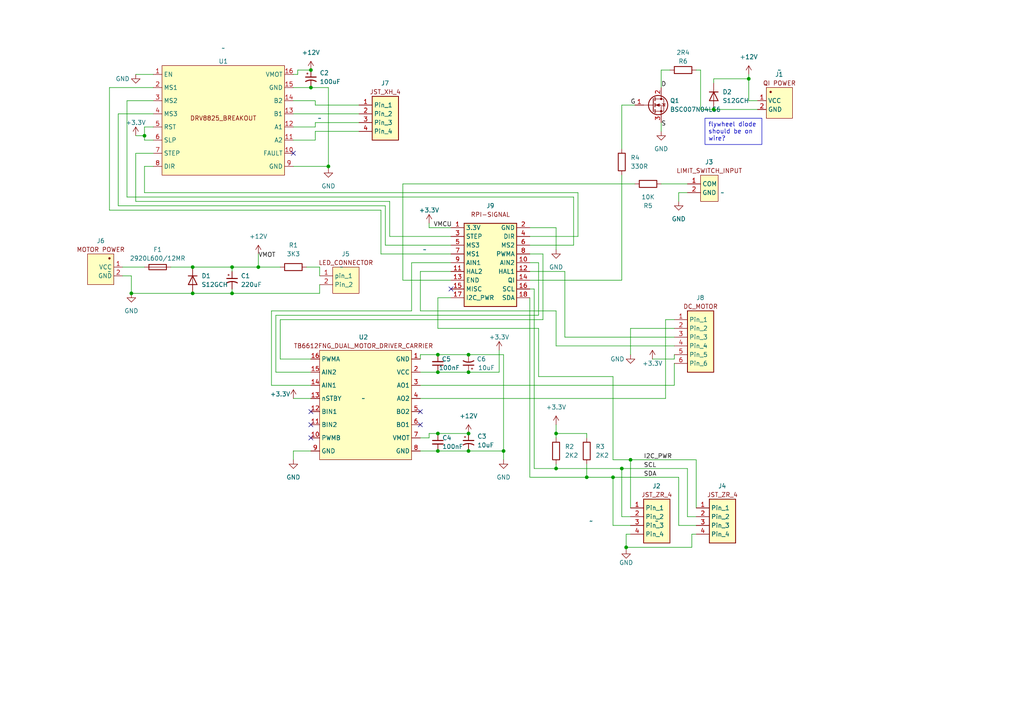
<source format=kicad_sch>
(kicad_sch (version 20230121) (generator eeschema)
  (paper "A4")
  (lib_symbols
    (symbol "1_Bachelors_Symbols:DRV8825_Stepper_Motor_Driver_Carrier"
      (property "Reference" "U" (at 0 17.78 0))
      (symbol "DRV8825_Stepper_Motor_Driver_Carrier_1_1"
        (rectangle (start -17.78 15.24) (end 17.78 -16.51) (fill (type background)))
        (text "DRV8825_BREAKOUT" (at 0 0 0) (effects (font (size 1.27 1.27))))
        (pin input line (at -20.32 12.7 0) (length 2.54) (name "EN") (number "1"))
        (pin input line (at 20.32 -10.16 180) (length 2.54) (name "FAULT") (number "10"))
        (pin input line (at 20.32 -6.35 180) (length 2.54) (name "A2") (number "11"))
        (pin input line (at 20.32 -2.54 180) (length 2.54) (name "A1") (number "12"))
        (pin input line (at 20.32 1.27 180) (length 2.54) (name "B1") (number "13"))
        (pin input line (at 20.32 5.08 180) (length 2.54) (name "B2") (number "14"))
        (pin power_in line (at 20.32 8.89 180) (length 2.54) (name "GND") (number "15"))
        (pin input line (at 20.32 12.7 180) (length 2.54) (name "VMOT") (number "16"))
        (pin input line (at -20.32 8.89 0) (length 2.54) (name "MS1") (number "2"))
        (pin input line (at -20.32 5.08 0) (length 2.54) (name "MS2") (number "3"))
        (pin input line (at -20.32 1.27 0) (length 2.54) (name "MS3") (number "4"))
        (pin input line (at -20.32 -2.54 0) (length 2.54) (name "RST") (number "5"))
        (pin input line (at -20.32 -6.35 0) (length 2.54) (name "SLP") (number "6"))
        (pin input line (at -20.32 -10.16 0) (length 2.54) (name "STEP") (number "7"))
        (pin input line (at -20.32 -13.97 0) (length 2.54) (name "DIR") (number "8"))
        (pin power_in line (at 20.32 -13.97 180) (length 2.54) (name "GND") (number "9"))
      )
    )
    (symbol "1_Bachelors_Symbols:JL129-50002G01"
      (property "Reference" "JP" (at 0 8.89 0))
      (symbol "JL129-50002G01_1_1"
        (rectangle (start -3.81 5.08) (end 3.81 -3.81) (fill (type background)))
        (circle (center 2.54 3.81) (radius 0.254) (fill (type outline)))
        (text "MOTOR POWER\n" (at 0 6.35 0) (effects (font (size 1.27 1.27))))
        (pin power_in line (at 6.35 1.27 180) (length 2.54) (name "VCC") (number "1"))
        (pin power_in line (at 6.35 -1.27 180) (length 2.54) (name "GND") (number "2"))
      )
    )
    (symbol "1_Bachelors_Symbols:JP5"
      (property "Reference" "J" (at 0 12.7 0))
      (symbol "JP5_1_1"
        (rectangle (start -3.81 8.89) (end 3.81 -8.89) (stroke (width 0.254)) (fill (type background)))
        (text "DC_MOTOR" (at 0 10.16 0) (effects (font (size 1.27 1.27))))
        (pin passive line (at -7.62 6.35 0) (length 3.81) (name "Pin_1") (number "1"))
        (pin passive line (at -7.62 3.81 0) (length 3.81) (name "Pin_2") (number "2"))
        (pin passive line (at -7.62 1.27 0) (length 3.81) (name "Pin_3") (number "3"))
        (pin passive line (at -7.62 -1.27 0) (length 3.81) (name "Pin_4") (number "4"))
        (pin passive line (at -7.62 -3.81 0) (length 3.81) (name "Pin_5") (number "5"))
        (pin passive line (at -7.62 -6.35 0) (length 3.81) (name "Pin_6") (number "6"))
      )
    )
    (symbol "1_Bachelors_Symbols:JST_VH_4"
      (property "Reference" "J" (at 0 10.16 0))
      (symbol "JST_VH_4_1_1"
        (rectangle (start -3.81 6.35) (end 3.81 -6.35) (stroke (width 0.254)) (fill (type background)))
        (text "JST_ZR_4\n" (at 0 7.62 0) (effects (font (size 1.27 1.27))))
        (pin passive line (at -7.62 3.81 0) (length 3.81) (name "Pin_1") (number "1"))
        (pin passive line (at -7.62 1.27 0) (length 3.81) (name "Pin_2") (number "2"))
        (pin passive line (at -7.62 -1.27 0) (length 3.81) (name "Pin_3") (number "3"))
        (pin passive line (at -7.62 -3.81 0) (length 3.81) (name "Pin_4") (number "4"))
      )
    )
    (symbol "1_Bachelors_Symbols:JST_XH_4"
      (property "Reference" "J" (at 0 10.16 0))
      (symbol "JST_XH_4_1_1"
        (rectangle (start -3.81 6.35) (end 3.81 -6.35) (stroke (width 0.254)) (fill (type background)))
        (text "JST_XH_4\n" (at 0 7.62 0) (effects (font (size 1.27 1.27))))
        (pin passive line (at -7.62 3.81 0) (length 3.81) (name "Pin_1") (number "1"))
        (pin passive line (at -7.62 1.27 0) (length 3.81) (name "Pin_2") (number "2"))
        (pin passive line (at -7.62 -1.27 0) (length 3.81) (name "Pin_3") (number "3"))
        (pin passive line (at -7.62 -3.81 0) (length 3.81) (name "Pin_4") (number "4"))
      )
    )
    (symbol "1_Bachelors_Symbols:Limit_switch_input"
      (property "Reference" "J" (at 0 7.62 0))
      (symbol "Limit_switch_input_1_1"
        (rectangle (start -2.54 3.81) (end 2.54 -3.81) (fill (type background)))
        (text "LIMIT_SWITCH_INPUT" (at 0 5.08 0) (effects (font (size 1.27 1.27))))
        (pin input line (at -6.35 1.27 0) (length 3.81) (name "COM") (number "1"))
        (pin power_in line (at -6.35 -1.27 0) (length 3.81) (name "GND") (number "2"))
      )
    )
    (symbol "1_Bachelors_Symbols:QI-POWER"
      (property "Reference" "J" (at 0 8.89 0))
      (symbol "QI-POWER_1_1"
        (rectangle (start -3.81 3.81) (end 3.81 -5.08) (fill (type background)))
        (circle (center 2.54 2.54) (radius 0.254) (fill (type outline)))
        (text "QI POWER\n" (at 0 5.08 0) (effects (font (size 1.27 1.27))))
        (pin power_in line (at 6.35 0 180) (length 2.54) (name "VCC") (number "1"))
        (pin power_in line (at 6.35 -2.54 180) (length 2.54) (name "GND") (number "2"))
      )
    )
    (symbol "1_Bachelors_Symbols:TB6612FNG_DUAL_MOTOR_DRIVER_CARRIER"
      (property "Reference" "U" (at 0 19.05 0))
      (symbol "TB6612FNG_DUAL_MOTOR_DRIVER_CARRIER_1_1"
        (rectangle (start -12.7 15.24) (end 13.97 -16.51) (fill (type background)))
        (text "TB6612FNG_DUAL_MOTOR_DRIVER_CARRIER" (at 0 16.51 0) (effects (font (size 1.27 1.27))))
        (pin power_in line (at 16.51 12.7 180) (length 2.54) (name "GND") (number "1"))
        (pin input line (at -15.24 -10.16 0) (length 2.54) (name "PWMB") (number "10"))
        (pin input line (at -15.24 -6.35 0) (length 2.54) (name "BIN2") (number "11"))
        (pin input line (at -15.24 -2.54 0) (length 2.54) (name "BIN1") (number "12"))
        (pin input line (at -15.24 1.27 0) (length 2.54) (name "nSTBY") (number "13"))
        (pin input line (at -15.24 5.08 0) (length 2.54) (name "AIN1") (number "14"))
        (pin input line (at -15.24 8.89 0) (length 2.54) (name "AIN2") (number "15"))
        (pin input line (at -15.24 12.7 0) (length 2.54) (name "PWMA") (number "16"))
        (pin power_in line (at 16.51 8.89 180) (length 2.54) (name "VCC") (number "2"))
        (pin input line (at 16.51 5.08 180) (length 2.54) (name "AO1") (number "3"))
        (pin input line (at 16.51 1.27 180) (length 2.54) (name "AO2") (number "4"))
        (pin input line (at 16.51 -2.54 180) (length 2.54) (name "BO2") (number "5"))
        (pin input line (at 16.51 -6.35 180) (length 2.54) (name "BO1") (number "6"))
        (pin power_in line (at 16.51 -10.16 180) (length 2.54) (name "VMOT") (number "7"))
        (pin power_in line (at 16.51 -13.97 180) (length 2.54) (name "GND") (number "8"))
        (pin power_in line (at -15.24 -13.97 0) (length 2.54) (name "GND") (number "9"))
      )
    )
    (symbol "1_bachelor_symbols:LED_Connector"
      (property "Reference" "J" (at 0 7.62 0))
      (symbol "LED_Connector_1_1"
        (rectangle (start -3.81 3.81) (end 3.81 -3.81) (fill (type background)))
        (text "LED_CONNECTOR" (at 0 5.08 0) (effects (font (size 1.27 1.27))))
        (pin passive line (at -7.62 1.27 0) (length 3.81) (name "pin_1") (number "1"))
        (pin passive line (at -7.62 -1.27 0) (length 3.81) (name "Pin_2") (number "2"))
      )
    )
    (symbol "1_bachelor_symbols:PH{colon}2.54MM 2*6P"
      (property "Reference" "J" (at 0 12.7 0))
      (symbol "PH{colon}2.54MM 2*6P_1_1"
        (rectangle (start -7.62 7.62) (end 7.62 -16.51) (stroke (width 0.254)) (fill (type background)))
        (text "RPI-SIGNAL" (at 0 10.16 0) (effects (font (size 1.27 1.27))))
        (pin power_in line (at -11.43 6.35 0) (length 3.81) (name "3.3V") (number "1"))
        (pin passive line (at 11.43 -3.81 180) (length 3.81) (name "AIN2") (number "10"))
        (pin passive line (at -11.43 -6.35 0) (length 3.81) (name "HAL2") (number "11"))
        (pin passive line (at 11.43 -6.35 180) (length 3.81) (name "HAL1") (number "12"))
        (pin passive line (at -11.43 -8.89 0) (length 3.81) (name "END") (number "13"))
        (pin passive line (at 11.43 -8.89 180) (length 3.81) (name "QI") (number "14"))
        (pin passive line (at -11.43 -11.43 0) (length 3.81) (name "MISC") (number "15"))
        (pin passive line (at 11.43 -11.43 180) (length 3.81) (name "SCL") (number "16"))
        (pin passive line (at -11.43 -13.97 0) (length 3.81) (name "I2C_PWR") (number "17"))
        (pin passive line (at 11.43 -13.97 180) (length 3.81) (name "SDA") (number "18"))
        (pin power_in line (at 11.43 6.35 180) (length 3.81) (name "GND") (number "2"))
        (pin passive line (at -11.43 3.81 0) (length 3.81) (name "STEP") (number "3"))
        (pin passive line (at 11.43 3.81 180) (length 3.81) (name "DIR") (number "4"))
        (pin passive line (at -11.43 1.27 0) (length 3.81) (name "MS3") (number "5"))
        (pin passive line (at 11.43 1.27 180) (length 3.81) (name "MS2") (number "6"))
        (pin passive line (at -11.43 -1.27 0) (length 3.81) (name "MS1") (number "7"))
        (pin passive line (at 11.43 -1.27 180) (length 3.81) (name "PWMA") (number "8"))
        (pin passive line (at -11.43 -3.81 0) (length 3.81) (name "AIN1") (number "9"))
      )
    )
    (symbol "Device:C_Polarized_Small_US" (pin_numbers hide) (pin_names (offset 0.254) hide)
      (property "Reference" "C" (at 0.254 1.778 0))
      (property "Value" "C_Polarized_Small_US" (at 0.254 -2.032 0))
      (symbol "C_Polarized_Small_US_0_1"
        (polyline (pts (xy -1.524 0.508) (xy 1.524 0.508)) (stroke (width 0.3048)))
        (polyline (pts (xy -1.27 1.524) (xy -0.762 1.524)))
        (polyline (pts (xy -1.016 1.27) (xy -1.016 1.778)))
        (arc (start 1.524 -0.762) (mid 0 -0.3734) (end -1.524 -0.762) (stroke (width 0.3048)))
      )
      (symbol "C_Polarized_Small_US_1_1"
        (pin passive line (at 0 2.54 270) (length 2.032) (name "~") (number "1"))
        (pin passive line (at 0 -2.54 90) (length 2.032) (name "~") (number "2"))
      )
    )
    (symbol "Device:C_Small" (pin_numbers hide) (pin_names (offset 0.254) hide)
      (property "Reference" "C" (at 0.254 1.778 0))
      (property "Value" "C_Small" (at 0.254 -2.032 0))
      (symbol "C_Small_0_1"
        (polyline (pts (xy -1.524 -0.508) (xy 1.524 -0.508)) (stroke (width 0.3302)))
        (polyline (pts (xy -1.524 0.508) (xy 1.524 0.508)) (stroke (width 0.3048)))
      )
      (symbol "C_Small_1_1"
        (pin passive line (at 0 2.54 270) (length 2.032) (name "~") (number "1"))
        (pin passive line (at 0 -2.54 90) (length 2.032) (name "~") (number "2"))
      )
    )
    (symbol "Device:D" (pin_numbers hide) (pin_names (offset 1.016) hide)
      (property "Reference" "D" (at 0 2.54 0))
      (property "Value" "D" (at 0 -2.54 0))
      (symbol "D_0_1"
        (polyline (pts (xy -1.27 1.27) (xy -1.27 -1.27)) (stroke (width 0.254)))
        (polyline (pts (xy 1.27 0) (xy -1.27 0)))
        (polyline (pts (xy 1.27 1.27) (xy 1.27 -1.27) (xy -1.27 0) (xy 1.27 1.27)) (stroke (width 0.254)))
      )
      (symbol "D_1_1"
        (pin passive line (at -3.81 0 0) (length 2.54) (name "K") (number "1"))
        (pin passive line (at 3.81 0 180) (length 2.54) (name "A") (number "2"))
      )
    )
    (symbol "Device:Fuse" (pin_numbers hide) (pin_names (offset 0))
      (property "Reference" "F" (at 2.032 0 90))
      (property "Value" "Fuse" (at -1.905 0 90))
      (symbol "Fuse_0_1"
        (rectangle (start -0.762 -2.54) (end 0.762 2.54) (stroke (width 0.254)))
        (polyline (pts (xy 0 2.54) (xy 0 -2.54)))
      )
      (symbol "Fuse_1_1"
        (pin passive line (at 0 3.81 270) (length 1.27) (name "~") (number "1"))
        (pin passive line (at 0 -3.81 90) (length 1.27) (name "~") (number "2"))
      )
    )
    (symbol "Device:R" (pin_numbers hide) (pin_names (offset 0))
      (property "Reference" "R" (at 2.032 0 90))
      (property "Value" "R" (at 0 0 90))
      (symbol "R_0_1"
        (rectangle (start -1.016 -2.54) (end 1.016 2.54) (stroke (width 0.254)))
      )
      (symbol "R_1_1"
        (pin passive line (at 0 3.81 270) (length 1.27) (name "~") (number "1"))
        (pin passive line (at 0 -3.81 90) (length 1.27) (name "~") (number "2"))
      )
    )
    (symbol "Transistor_FET:IRF540N" (pin_names hide)
      (property "Reference" "Q" (at 5.08 1.905 0))
      (property "Value" "IRF540N" (at 5.08 0 0))
      (symbol "IRF540N_0_1"
        (polyline (pts (xy 0.254 0) (xy -2.54 0)))
        (polyline (pts (xy 0.254 1.905) (xy 0.254 -1.905)) (stroke (width 0.254)))
        (polyline (pts (xy 0.762 -1.27) (xy 0.762 -2.286)) (stroke (width 0.254)))
        (polyline (pts (xy 0.762 0.508) (xy 0.762 -0.508)) (stroke (width 0.254)))
        (polyline (pts (xy 0.762 2.286) (xy 0.762 1.27)) (stroke (width 0.254)))
        (polyline (pts (xy 2.54 2.54) (xy 2.54 1.778)))
        (polyline (pts (xy 2.54 -2.54) (xy 2.54 0) (xy 0.762 0)))
        (polyline (pts (xy 0.762 -1.778) (xy 3.302 -1.778) (xy 3.302 1.778) (xy 0.762 1.778)))
        (polyline (pts (xy 1.016 0) (xy 2.032 0.381) (xy 2.032 -0.381) (xy 1.016 0)) (fill (type outline)))
        (polyline (pts (xy 2.794 0.508) (xy 2.921 0.381) (xy 3.683 0.381) (xy 3.81 0.254)))
        (polyline (pts (xy 3.302 0.381) (xy 2.921 -0.254) (xy 3.683 -0.254) (xy 3.302 0.381)))
        (circle (center 1.651 0) (radius 2.794) (stroke (width 0.254)))
        (circle (center 2.54 -1.778) (radius 0.254) (fill (type outline)))
        (circle (center 2.54 1.778) (radius 0.254) (fill (type outline)))
      )
      (symbol "IRF540N_1_1"
        (pin input line (at -5.08 0 0) (length 2.54) (name "G") (number "1"))
        (pin passive line (at 2.54 5.08 270) (length 2.54) (name "D") (number "2"))
        (pin passive line (at 2.54 -5.08 90) (length 2.54) (name "S") (number "3"))
      )
    )
    (symbol "power:+12V" (power) (pin_names (offset 0))
      (property "Value" "+12V" (at 0 3.556 0))
      (symbol "+12V_0_1"
        (polyline (pts (xy -0.762 1.27) (xy 0 2.54)))
        (polyline (pts (xy 0 0) (xy 0 2.54)))
        (polyline (pts (xy 0 2.54) (xy 0.762 1.27)))
      )
      (symbol "+12V_1_1"
        (pin power_in line (at 0 0 90) (length 0) hide (name "+12V") (number "1"))
      )
    )
    (symbol "power:+3.3V" (power) (pin_names (offset 0))
      (property "Value" "+3.3V" (at 0 3.556 0))
      (symbol "+3.3V_0_1"
        (polyline (pts (xy -0.762 1.27) (xy 0 2.54)))
        (polyline (pts (xy 0 0) (xy 0 2.54)))
        (polyline (pts (xy 0 2.54) (xy 0.762 1.27)))
      )
      (symbol "+3.3V_1_1"
        (pin power_in line (at 0 0 90) (length 0) hide (name "+3.3V") (number "1"))
      )
    )
    (symbol "power:GND" (power) (pin_names (offset 0))
      (property "Value" "GND" (at 0 -3.81 0))
      (symbol "GND_0_1"
        (polyline (pts (xy 0 0) (xy 0 -1.27) (xy 1.27 -1.27) (xy 0 -2.54) (xy -1.27 -1.27) (xy 0 -1.27)))
      )
      (symbol "GND_1_1"
        (pin power_in line (at 0 0 270) (length 0) hide (name "GND") (number "1"))
      )
    )
  )
  (junction (at 127 102.87))
  (junction (at 161.29 125.73))
  (junction (at 55.88 77.47))
  (junction (at 74.93 77.47))
  (junction (at 127 107.95))
  (junction (at 146.05 130.81))
  (junction (at 135.89 125.73))
  (junction (at 217.17 22.86))
  (junction (at 90.17 25.4))
  (junction (at 95.25 48.26))
  (junction (at 177.8 138.43))
  (junction (at 180.34 135.89))
  (junction (at 90.17 20.32))
  (junction (at 135.89 130.81))
  (junction (at 41.91 39.37))
  (junction (at 55.88 85.09))
  (junction (at 135.89 107.95))
  (junction (at 135.89 102.87))
  (junction (at 170.18 138.43))
  (junction (at 181.61 158.75))
  (junction (at 182.88 133.35))
  (junction (at 127 125.73))
  (junction (at 207.01 31.75))
  (junction (at 67.31 85.09))
  (junction (at 161.29 135.89))
  (junction (at 127 130.81))
  (junction (at 67.31 77.47))
  (junction (at 38.1 85.09))
  (no_connect (at 85.09 44.45))
  (no_connect (at 90.17 119.38))
  (no_connect (at 121.92 119.38))
  (no_connect (at 130.81 83.82))
  (no_connect (at 121.92 123.19))
  (no_connect (at 90.17 123.19))
  (no_connect (at 90.17 127))
  (wire (pts (xy 144.78 101.6) (xy 144.78 107.95)))
  (wire (pts (xy 31.75 25.4) (xy 44.45 25.4)))
  (wire (pts (xy 201.93 133.35) (xy 201.93 147.32)))
  (wire (pts (xy 121.92 130.81) (xy 127 130.81)))
  (wire (pts (xy 85.09 48.26) (xy 95.25 48.26)))
  (wire (pts (xy 127 86.36) (xy 130.81 86.36)))
  (wire (pts (xy 41.91 36.83) (xy 44.45 36.83)))
  (wire (pts (xy 85.09 25.4) (xy 90.17 25.4)))
  (wire (pts (xy 161.29 125.73) (xy 170.18 125.73)))
  (wire (pts (xy 170.18 138.43) (xy 177.8 138.43)))
  (wire (pts (xy 116.84 53.34) (xy 184.15 53.34)))
  (wire (pts (xy 127 95.25) (xy 156.21 95.25)))
  (wire (pts (xy 161.29 100.33) (xy 161.29 90.17)))
  (wire (pts (xy 67.31 77.47) (xy 74.93 77.47)))
  (wire (pts (xy 180.34 149.86) (xy 180.34 135.89)))
  (wire (pts (xy 163.83 78.74) (xy 153.67 78.74)))
  (wire (pts (xy 182.88 149.86) (xy 180.34 149.86)))
  (wire (pts (xy 104.14 38.1) (xy 91.44 38.1)))
  (wire (pts (xy 203.2 31.75) (xy 207.01 31.75)))
  (wire (pts (xy 39.37 39.37) (xy 41.91 39.37)))
  (wire (pts (xy 127 102.87) (xy 135.89 102.87)))
  (wire (pts (xy 111.76 71.12) (xy 130.81 71.12)))
  (wire (pts (xy 182.88 133.35) (xy 182.88 147.32)))
  (wire (pts (xy 177.8 133.35) (xy 182.88 133.35)))
  (wire (pts (xy 119.38 76.2) (xy 130.81 76.2)))
  (wire (pts (xy 200.66 154.94) (xy 200.66 158.75)))
  (wire (pts (xy 39.37 44.45) (xy 39.37 58.42)))
  (wire (pts (xy 127 107.95) (xy 135.89 107.95)))
  (wire (pts (xy 86.36 20.32) (xy 86.36 21.59)))
  (wire (pts (xy 121.92 78.74) (xy 130.81 78.74)))
  (wire (pts (xy 121.92 127) (xy 124.46 127)))
  (wire (pts (xy 144.78 107.95) (xy 135.89 107.95)))
  (wire (pts (xy 116.84 81.28) (xy 130.81 81.28)))
  (wire (pts (xy 180.34 81.28) (xy 153.67 81.28)))
  (wire (pts (xy 41.91 48.26) (xy 41.91 55.88)))
  (wire (pts (xy 157.48 92.71) (xy 81.28 92.71)))
  (wire (pts (xy 31.75 60.96) (xy 31.75 25.4)))
  (wire (pts (xy 177.8 109.22) (xy 177.8 133.35)))
  (wire (pts (xy 191.77 20.32) (xy 191.77 25.4)))
  (wire (pts (xy 154.94 135.89) (xy 161.29 135.89)))
  (wire (pts (xy 219.71 29.21) (xy 217.17 29.21)))
  (wire (pts (xy 196.85 152.4) (xy 201.93 152.4)))
  (wire (pts (xy 217.17 21.59) (xy 217.17 22.86)))
  (wire (pts (xy 166.37 57.15) (xy 166.37 71.12)))
  (wire (pts (xy 161.29 90.17) (xy 121.92 90.17)))
  (wire (pts (xy 91.44 36.83) (xy 85.09 36.83)))
  (wire (pts (xy 181.61 159.385) (xy 181.61 158.75)))
  (wire (pts (xy 177.8 152.4) (xy 177.8 138.43)))
  (wire (pts (xy 196.85 55.88) (xy 196.85 58.42)))
  (wire (pts (xy 38.1 80.01) (xy 35.56 80.01)))
  (wire (pts (xy 217.17 29.21) (xy 217.17 22.86)))
  (wire (pts (xy 34.29 33.02) (xy 34.29 59.69)))
  (wire (pts (xy 95.25 48.895) (xy 95.25 48.26)))
  (wire (pts (xy 88.9 77.47) (xy 92.71 77.47)))
  (wire (pts (xy 130.81 68.58) (xy 113.03 68.58)))
  (wire (pts (xy 182.88 95.25) (xy 195.58 95.25)))
  (wire (pts (xy 92.71 82.55) (xy 92.71 85.09)))
  (wire (pts (xy 207.01 22.86) (xy 207.01 24.13)))
  (wire (pts (xy 81.28 104.14) (xy 90.17 104.14)))
  (wire (pts (xy 154.94 83.82) (xy 153.67 83.82)))
  (wire (pts (xy 44.45 29.21) (xy 36.83 29.21)))
  (wire (pts (xy 85.09 130.81) (xy 90.17 130.81)))
  (wire (pts (xy 153.67 86.36) (xy 153.67 138.43)))
  (wire (pts (xy 177.8 138.43) (xy 196.85 138.43)))
  (wire (pts (xy 184.15 30.48) (xy 180.34 30.48)))
  (wire (pts (xy 80.01 91.44) (xy 80.01 107.95)))
  (wire (pts (xy 116.84 81.28) (xy 116.84 53.34)))
  (wire (pts (xy 67.31 85.09) (xy 92.71 85.09)))
  (wire (pts (xy 135.89 102.87) (xy 146.05 102.87)))
  (wire (pts (xy 180.34 50.8) (xy 180.34 81.28)))
  (wire (pts (xy 95.25 25.4) (xy 90.17 25.4)))
  (wire (pts (xy 195.58 92.71) (xy 193.04 92.71)))
  (wire (pts (xy 181.61 154.94) (xy 182.88 154.94)))
  (wire (pts (xy 119.38 90.17) (xy 119.38 76.2)))
  (wire (pts (xy 195.58 100.33) (xy 161.29 100.33)))
  (wire (pts (xy 49.53 77.47) (xy 55.88 77.47)))
  (wire (pts (xy 201.93 149.86) (xy 199.39 149.86)))
  (wire (pts (xy 95.25 25.4) (xy 95.25 48.26)))
  (wire (pts (xy 38.1 85.09) (xy 55.88 85.09)))
  (wire (pts (xy 113.03 58.42) (xy 39.37 58.42)))
  (wire (pts (xy 203.2 20.32) (xy 201.93 20.32)))
  (wire (pts (xy 41.91 40.64) (xy 41.91 39.37)))
  (wire (pts (xy 161.29 127) (xy 161.29 125.73)))
  (wire (pts (xy 167.64 68.58) (xy 167.64 55.88)))
  (wire (pts (xy 195.58 105.41) (xy 195.58 111.76)))
  (wire (pts (xy 36.83 29.21) (xy 36.83 57.15)))
  (wire (pts (xy 110.49 73.66) (xy 110.49 60.96)))
  (wire (pts (xy 153.67 68.58) (xy 167.64 68.58)))
  (wire (pts (xy 153.67 66.04) (xy 161.29 66.04)))
  (wire (pts (xy 92.71 77.47) (xy 92.71 80.01)))
  (wire (pts (xy 153.67 138.43) (xy 170.18 138.43)))
  (wire (pts (xy 81.28 92.71) (xy 81.28 104.14)))
  (wire (pts (xy 130.81 73.66) (xy 110.49 73.66)))
  (wire (pts (xy 195.58 104.14) (xy 195.58 102.87)))
  (wire (pts (xy 170.18 127) (xy 170.18 125.73)))
  (wire (pts (xy 146.05 133.35) (xy 146.05 130.81)))
  (wire (pts (xy 38.1 85.09) (xy 38.1 80.01)))
  (wire (pts (xy 91.44 29.21) (xy 85.09 29.21)))
  (wire (pts (xy 124.46 125.73) (xy 127 125.73)))
  (wire (pts (xy 199.39 149.86) (xy 199.39 135.89)))
  (wire (pts (xy 182.88 133.35) (xy 201.93 133.35)))
  (wire (pts (xy 193.04 115.57) (xy 121.92 115.57)))
  (wire (pts (xy 121.92 102.87) (xy 127 102.87)))
  (wire (pts (xy 156.21 109.22) (xy 177.8 109.22)))
  (wire (pts (xy 127 130.81) (xy 135.89 130.81)))
  (wire (pts (xy 34.29 59.69) (xy 111.76 59.69)))
  (wire (pts (xy 167.64 55.88) (xy 41.91 55.88)))
  (wire (pts (xy 130.81 66.04) (xy 124.46 66.04)))
  (wire (pts (xy 91.44 40.64) (xy 85.09 40.64)))
  (wire (pts (xy 193.04 92.71) (xy 193.04 115.57)))
  (wire (pts (xy 194.31 20.32) (xy 191.77 20.32)))
  (wire (pts (xy 146.05 102.87) (xy 146.05 130.81)))
  (wire (pts (xy 154.94 83.82) (xy 154.94 135.89)))
  (wire (pts (xy 207.01 31.75) (xy 219.71 31.75)))
  (wire (pts (xy 104.14 30.48) (xy 91.44 30.48)))
  (wire (pts (xy 91.44 30.48) (xy 91.44 29.21)))
  (wire (pts (xy 182.88 152.4) (xy 177.8 152.4)))
  (wire (pts (xy 113.03 68.58) (xy 113.03 58.42)))
  (wire (pts (xy 39.37 21.59) (xy 44.45 21.59)))
  (wire (pts (xy 124.46 66.04) (xy 124.46 64.77)))
  (wire (pts (xy 203.2 31.75) (xy 203.2 20.32)))
  (wire (pts (xy 121.92 104.14) (xy 121.92 102.87)))
  (wire (pts (xy 195.58 111.76) (xy 121.92 111.76)))
  (wire (pts (xy 207.01 22.86) (xy 217.17 22.86)))
  (wire (pts (xy 67.31 77.47) (xy 67.31 78.74)))
  (wire (pts (xy 156.21 95.25) (xy 156.21 109.22)))
  (wire (pts (xy 163.83 97.79) (xy 163.83 78.74)))
  (wire (pts (xy 121.92 107.95) (xy 127 107.95)))
  (wire (pts (xy 78.74 111.76) (xy 78.74 90.17)))
  (wire (pts (xy 85.09 115.57) (xy 90.17 115.57)))
  (wire (pts (xy 90.17 111.76) (xy 78.74 111.76)))
  (wire (pts (xy 181.61 158.75) (xy 181.61 154.94)))
  (wire (pts (xy 36.83 57.15) (xy 166.37 57.15)))
  (wire (pts (xy 153.67 71.12) (xy 166.37 71.12)))
  (wire (pts (xy 121.92 78.74) (xy 121.92 90.17)))
  (wire (pts (xy 196.85 55.88) (xy 199.39 55.88)))
  (wire (pts (xy 196.85 138.43) (xy 196.85 152.4)))
  (wire (pts (xy 124.46 127) (xy 124.46 125.73)))
  (wire (pts (xy 91.44 35.56) (xy 91.44 36.83)))
  (wire (pts (xy 55.88 85.09) (xy 67.31 85.09)))
  (wire (pts (xy 156.21 91.44) (xy 80.01 91.44)))
  (wire (pts (xy 182.88 95.25) (xy 182.88 102.87)))
  (wire (pts (xy 191.77 53.34) (xy 199.39 53.34)))
  (wire (pts (xy 170.18 134.62) (xy 170.18 138.43)))
  (wire (pts (xy 161.29 123.19) (xy 161.29 125.73)))
  (wire (pts (xy 157.48 73.66) (xy 157.48 92.71)))
  (wire (pts (xy 85.09 33.02) (xy 104.14 33.02)))
  (wire (pts (xy 161.29 135.89) (xy 180.34 135.89)))
  (wire (pts (xy 80.01 107.95) (xy 90.17 107.95)))
  (wire (pts (xy 199.39 135.89) (xy 180.34 135.89)))
  (wire (pts (xy 127 86.36) (xy 127 95.25)))
  (wire (pts (xy 35.56 77.47) (xy 41.91 77.47)))
  (wire (pts (xy 153.67 76.2) (xy 156.21 76.2)))
  (wire (pts (xy 55.88 77.47) (xy 67.31 77.47)))
  (wire (pts (xy 161.29 134.62) (xy 161.29 135.89)))
  (wire (pts (xy 181.61 158.75) (xy 200.66 158.75)))
  (wire (pts (xy 153.67 73.66) (xy 157.48 73.66)))
  (wire (pts (xy 127 125.73) (xy 135.89 125.73)))
  (wire (pts (xy 67.31 83.82) (xy 67.31 85.09)))
  (wire (pts (xy 189.23 104.14) (xy 195.58 104.14)))
  (wire (pts (xy 156.21 76.2) (xy 156.21 91.44)))
  (wire (pts (xy 44.45 33.02) (xy 34.29 33.02)))
  (wire (pts (xy 191.77 35.56) (xy 191.77 38.1)))
  (wire (pts (xy 161.29 66.04) (xy 161.29 72.39)))
  (wire (pts (xy 74.93 77.47) (xy 81.28 77.47)))
  (wire (pts (xy 90.17 20.32) (xy 86.36 20.32)))
  (wire (pts (xy 200.66 154.94) (xy 201.93 154.94)))
  (wire (pts (xy 180.34 30.48) (xy 180.34 43.18)))
  (wire (pts (xy 78.74 90.17) (xy 119.38 90.17)))
  (wire (pts (xy 44.45 40.64) (xy 41.91 40.64)))
  (wire (pts (xy 195.58 97.79) (xy 163.83 97.79)))
  (wire (pts (xy 110.49 60.96) (xy 31.75 60.96)))
  (wire (pts (xy 39.37 44.45) (xy 44.45 44.45)))
  (wire (pts (xy 111.76 59.69) (xy 111.76 71.12)))
  (wire (pts (xy 41.91 39.37) (xy 41.91 36.83)))
  (wire (pts (xy 85.09 21.59) (xy 86.36 21.59)))
  (wire (pts (xy 74.93 73.66) (xy 74.93 77.47)))
  (wire (pts (xy 104.14 35.56) (xy 91.44 35.56)))
  (wire (pts (xy 91.44 38.1) (xy 91.44 40.64)))
  (wire (pts (xy 85.09 133.35) (xy 85.09 130.81)))
  (wire (pts (xy 135.89 130.81) (xy 146.05 130.81)))
  (wire (pts (xy 41.91 48.26) (xy 44.45 48.26)))
  (text_box "flywheel diode\nshould be on wire?" (at 204.47 34.29 0) (size 16.51 7.62) (effects (font (size 1.27 1.27)) (justify left top)))
  (label "I2C_PWR" (at 186.69 133.35 0))
  (label "D" (at 191.77 25.4 0))
  (label "SDA" (at 186.69 138.43 0))
  (label "SCL" (at 186.69 135.89 0))
  (label "G" (at 182.88 30.48 0))
  (label "VMCU" (at 125.73 66.04 0))
  (label "S" (at 191.77 36.83 0))
  (label "VMOT" (at 74.93 74.93 0))
  (symbol (lib_id "power:+3.3V") (at 189.23 104.14 0) (unit 1)
    (property "Reference" "#PWR016" (effects hide))
    (property "Value" "+3.3V" (at 189.23 105.41 0))
  )
  (symbol (lib_id "1_Bachelors_Symbols:JL129-50002G01") (at 29.21 78.74 0) (unit 1)
    (property "Reference" "J6" (at 29.21 69.85 0))
    (property "Value" "~" (at 31.75 78.74 0))
    (property "Footprint" "2_bachelors_footprints:TERMINAL_BLOCK_5081" (effects hide))
  )
  (symbol (lib_id "power:GND") (at 191.77 38.1 0) (unit 1)
    (property "Reference" "#PWR07" (effects hide))
    (property "Value" "GND" (at 191.77 43.18 0))
  )
  (symbol (lib_id "Device:C_Polarized_Small_US") (at 135.89 128.27 0) (unit 1)
    (property "Reference" "C3" (at 138.43 126.5682 0) (effects (justify left)))
    (property "Value" "10uF" (at 138.43 129.1082 0) (effects (justify left)))
    (property "Footprint" "Capacitor_SMD:CP_Elec_6.3x4.5" (effects hide))
  )
  (symbol (lib_id "power:GND") (at 161.29 72.39 0) (unit 1)
    (property "Reference" "#PWR03" (effects hide))
    (property "Value" "GND" (at 161.29 77.47 0))
  )
  (symbol (lib_id "Transistor_FET:IRF540N") (at 189.23 30.48 0) (unit 1)
    (property "Reference" "Q1" (at 194.31 29.21 0) (effects (justify left)))
    (property "Value" "BSC007N04LS6" (at 194.31 31.75 0) (effects (justify left)))
    (property "Footprint" "2_bachelors_footprints:PG-TDSON-8-6_INF" (effects hide))
    (property "Datasheet" "http://www.irf.com/product-info/datasheets/data/irf540n.pdf" (effects hide))
  )
  (symbol (lib_id "Device:C_Polarized_Small_US") (at 135.89 105.41 180) (unit 1)
    (property "Reference" "C6" (at 140.97 104.14 0) (effects (justify left)))
    (property "Value" "10uF" (at 143.51 106.68 0) (effects (justify left)))
    (property "Footprint" "Capacitor_SMD:CP_Elec_6.3x4.5" (effects hide))
  )
  (symbol (lib_id "Device:R") (at 161.29 130.81 0) (unit 1)
    (property "Reference" "R2" (at 163.83 129.54 0) (effects (justify left)))
    (property "Value" "2K2" (at 163.83 132.08 0) (effects (justify left)))
    (property "Footprint" "Resistor_SMD:R_1210_3225Metric_Pad1.30x2.65mm_HandSolder" (effects hide))
  )
  (symbol (lib_id "1_Bachelors_Symbols:JST_VH_4") (at 190.5 151.13 0) (unit 1)
    (property "Reference" "J2" (at 189.23 140.97 0) (effects (justify left)))
    (property "Value" "~" (at 171.45 151.13 0))
    (property "Footprint" "2_bachelors_footprints:B4B-ZR-SM4-TFT" (effects hide))
  )
  (symbol (lib_id "power:GND") (at 146.05 133.35 0) (unit 1)
    (property "Reference" "#PWR05" (effects hide))
    (property "Value" "GND" (at 146.05 138.43 0))
  )
  (symbol (lib_id "power:+12V") (at 90.17 20.32 0) (unit 1)
    (property "Reference" "#PWR02" (effects hide))
    (property "Value" "+12V" (at 90.17 15.24 0))
  )
  (symbol (lib_id "power:+3.3V") (at 39.37 39.37 0) (unit 1)
    (property "Reference" "#PWR014" (effects hide))
    (property "Value" "+3.3V" (at 39.37 35.56 0))
  )
  (symbol (lib_id "power:GND") (at 85.09 133.35 0) (unit 1)
    (property "Reference" "#PWR06" (effects hide))
    (property "Value" "GND" (at 85.09 138.43 0))
  )
  (symbol (lib_id "power:GND") (at 38.1 85.09 0) (unit 1)
    (property "Reference" "#PWR01" (effects hide))
    (property "Value" "GND" (at 38.1 90.17 0))
  )
  (symbol (lib_id "power:+12V") (at 135.89 125.73 0) (unit 1)
    (property "Reference" "#PWR018" (effects hide))
    (property "Value" "+12V" (at 135.89 120.65 0))
  )
  (symbol (lib_id "Device:D") (at 207.01 27.94 270) (unit 1)
    (property "Reference" "D2" (at 209.55 26.67 90) (effects (justify left)))
    (property "Value" "S12GCH" (at 209.55 29.21 90) (effects (justify left)))
    (property "Footprint" "2_bachelors_footprints:S12GCH" (effects hide))
    (property "Sim.Device" "D" (effects hide))
    (property "Sim.Pins" "1=K 2=A" (effects hide))
  )
  (symbol (lib_id "Device:C_Small") (at 127 128.27 0) (unit 1)
    (property "Reference" "C4" (at 128.27 127 0) (effects (justify left)))
    (property "Value" "100nF" (at 128.27 129.54 0) (effects (justify left)))
    (property "Footprint" "Capacitor_SMD:C_1210_3225Metric_Pad1.33x2.70mm_HandSolder" (effects hide))
  )
  (symbol (lib_id "Device:R") (at 198.12 20.32 90) (unit 1)
    (property "Reference" "R6" (at 198.12 17.78 90))
    (property "Value" "2R4" (at 198.12 15.24 90))
    (property "Footprint" "Resistor_SMD:R_1210_3225Metric_Pad1.30x2.65mm_HandSolder" (effects hide))
  )
  (symbol (lib_id "Device:R") (at 85.09 77.47 90) (unit 1)
    (property "Reference" "R1" (at 85.09 71.12 90))
    (property "Value" "3K3" (at 85.09 73.66 90))
    (property "Footprint" "Resistor_SMD:R_2512_6332Metric_Pad1.40x3.35mm_HandSolder" (effects hide))
  )
  (symbol (lib_id "Device:C_Polarized_Small_US") (at 90.17 22.86 0) (unit 1)
    (property "Reference" "C2" (at 92.71 21.1582 0) (effects (justify left)))
    (property "Value" "100uF" (at 92.71 23.6982 0) (effects (justify left)))
    (property "Footprint" "Capacitor_SMD:CP_Elec_10x10.5" (effects hide))
  )
  (symbol (lib_id "1_Bachelors_Symbols:JP5") (at 203.2 99.06 0) (unit 1)
    (property "Reference" "J8" (at 201.93 86.36 0) (effects (justify left)))
    (property "Value" "~" (at 204.47 100.33 0))
    (property "Footprint" "2_bachelors_footprints:CONN_MTA_100_6" (effects hide))
  )
  (symbol (lib_id "1_Bachelors_Symbols:JST_VH_4") (at 209.55 151.13 0) (unit 1)
    (property "Reference" "J4" (at 208.28 140.97 0) (effects (justify left)))
    (property "Value" "~" (at 190.5 151.13 0))
    (property "Footprint" "2_bachelors_footprints:B4B-ZR-SM4-TFT" (effects hide))
  )
  (symbol (lib_id "power:GND") (at 181.61 159.385 0) (unit 1)
    (property "Reference" "#PWR022" (effects hide))
    (property "Value" "GND" (at 181.61 163.195 0))
  )
  (symbol (lib_id "Device:R") (at 180.34 46.99 180) (unit 1)
    (property "Reference" "R4" (at 182.88 45.72 0) (effects (justify right)))
    (property "Value" "330R" (at 182.88 48.26 0) (effects (justify right)))
    (property "Footprint" "Resistor_SMD:R_1210_3225Metric_Pad1.30x2.65mm_HandSolder" (effects hide))
  )
  (symbol (lib_id "power:GND") (at 95.25 48.895 0) (unit 1)
    (property "Reference" "#PWR04" (effects hide))
    (property "Value" "GND" (at 95.25 53.975 0))
  )
  (symbol (lib_id "Device:R") (at 187.96 53.34 90) (unit 1)
    (property "Reference" "R5" (at 187.96 59.69 90))
    (property "Value" "10K" (at 187.96 57.15 90))
    (property "Footprint" "Resistor_SMD:R_1210_3225Metric_Pad1.30x2.65mm_HandSolder" (effects hide))
  )
  (symbol (lib_id "power:GND") (at 196.85 58.42 0) (unit 1)
    (property "Reference" "#PWR010" (effects hide))
    (property "Value" "GND" (at 196.85 63.5 0))
  )
  (symbol (lib_id "power:+3.3V") (at 124.46 64.77 0) (unit 1)
    (property "Reference" "#PWR012" (effects hide))
    (property "Value" "+3.3V" (at 124.46 60.96 0))
  )
  (symbol (lib_id "power:+12V") (at 74.93 73.66 0) (unit 1)
    (property "Reference" "#PWR017" (effects hide))
    (property "Value" "+12V" (at 74.93 68.58 0))
  )
  (symbol (lib_id "Device:D") (at 55.88 81.28 270) (unit 1)
    (property "Reference" "D1" (at 58.42 80.01 90) (effects (justify left)))
    (property "Value" "S12GCH" (at 58.42 82.55 90) (effects (justify left)))
    (property "Footprint" "2_bachelors_footprints:S12GCH" (effects hide))
    (property "Sim.Device" "D" (effects hide))
    (property "Sim.Pins" "1=K 2=A" (effects hide))
  )
  (symbol (lib_id "power:+3.3V") (at 144.78 101.6 0) (unit 1)
    (property "Reference" "#PWR013" (effects hide))
    (property "Value" "+3.3V" (at 144.78 97.79 0))
  )
  (symbol (lib_id "power:+3.3V") (at 161.29 123.19 0) (unit 1)
    (property "Reference" "#PWR021" (effects hide))
    (property "Value" "+3.3V" (at 161.29 118.11 0))
  )
  (symbol (lib_id "Device:C_Small") (at 127 105.41 180) (unit 1)
    (property "Reference" "C5" (at 130.81 104.14 0) (effects (justify left)))
    (property "Value" "100nF" (at 133.35 106.68 0) (effects (justify left)))
    (property "Footprint" "Capacitor_SMD:C_1210_3225Metric_Pad1.33x2.70mm_HandSolder" (effects hide))
  )
  (symbol (lib_id "1_Bachelors_Symbols:Limit_switch_input") (at 205.74 54.61 0) (unit 1)
    (property "Reference" "J3" (at 204.47 46.99 0) (effects (justify left)))
    (property "Value" "~" (at 209.55 55.88 0))
    (property "Footprint" "2_bachelors_footprints:B2B-ZR-SM4-TFT" (effects hide))
  )
  (symbol (lib_id "1_Bachelors_Symbols:TB6612FNG_DUAL_MOTOR_DRIVER_CARRIER") (at 105.41 116.84 0) (unit 1)
    (property "Reference" "U2" (at 105.41 97.79 0))
    (property "Value" "~" (at 105.41 115.57 0))
    (property "Footprint" "2_bachelors_footprints:CONN_BREAKOUT_BOARDS" (effects hide))
  )
  (symbol (lib_id "1_Bachelors_Symbols:QI-POWER") (at 226.06 29.21 0) (mirror y) (unit 1)
    (property "Reference" "J1" (at 224.79 21.59 0) (effects (justify right)))
    (property "Value" "~" (at 226.06 20.32 0))
    (property "Footprint" "2_bachelors_footprints:CONN_MTA_100_2" (effects hide))
  )
  (symbol (lib_id "Device:R") (at 170.18 130.81 0) (unit 1)
    (property "Reference" "R3" (at 172.72 129.54 0) (effects (justify left)))
    (property "Value" "2K2" (at 172.72 132.08 0) (effects (justify left)))
    (property "Footprint" "Resistor_SMD:R_1210_3225Metric_Pad1.30x2.65mm_HandSolder" (effects hide))
  )
  (symbol (lib_id "1_Bachelors_Symbols:DRV8825_Stepper_Motor_Driver_Carrier") (at 64.77 34.29 0) (unit 1)
    (property "Reference" "U1" (at 64.77 17.78 0))
    (property "Value" "~" (at 64.77 13.97 0))
    (property "Footprint" "2_bachelors_footprints:CONN_BREAKOUT_BOARDS" (effects hide))
  )
  (symbol (lib_id "Device:C_Polarized_Small_US") (at 67.31 81.28 0) (unit 1)
    (property "Reference" "C1" (at 69.85 80.01 0) (effects (justify left)))
    (property "Value" "220uF" (at 69.85 82.55 0) (effects (justify left)))
    (property "Footprint" "Capacitor_SMD:CP_Elec_10x10.5" (effects hide))
  )
  (symbol (lib_id "power:+3.3V") (at 85.09 115.57 0) (unit 1)
    (property "Reference" "#PWR015" (effects hide))
    (property "Value" "+3.3V" (at 81.28 114.3 0))
  )
  (symbol (lib_id "power:GND") (at 39.37 21.59 0) (unit 1)
    (property "Reference" "#PWR09" (effects hide))
    (property "Value" "GND" (at 35.56 22.86 0))
  )
  (symbol (lib_id "1_Bachelors_Symbols:JST_XH_4") (at 111.76 34.29 0) (unit 1)
    (property "Reference" "J7" (at 110.49 24.13 0) (effects (justify left)))
    (property "Value" "~" (at 92.71 34.29 0))
    (property "Footprint" "2_bachelors_footprints:CONN_MTA_100_4" (effects hide))
  )
  (symbol (lib_id "Device:Fuse") (at 45.72 77.47 90) (unit 1)
    (property "Reference" "F1" (at 45.72 72.39 90))
    (property "Value" "2920L600/12MR\n" (at 45.72 74.93 90))
    (property "Footprint" "Fuse:Fuse_2920_7451Metric_Pad2.10x5.45mm_HandSolder" (effects hide))
  )
  (symbol (lib_id "1_bachelor_symbols:LED_Connector") (at 100.33 81.28 0) (unit 1)
    (property "Reference" "J5" (at 99.06 73.66 0) (effects (justify left)))
    (property "Value" "~" (at 99.06 77.47 0))
    (property "Footprint" "2_bachelors_footprints:led_header_p2.54_2pin" (effects hide))
  )
  (symbol (lib_id "power:GND") (at 182.88 102.87 0) (unit 1)
    (property "Reference" "#PWR08" (effects hide))
    (property "Value" "GND" (at 179.07 104.14 0))
  )
  (symbol (lib_id "power:+12V") (at 217.17 21.59 0) (unit 1)
    (property "Reference" "#PWR011" (effects hide))
    (property "Value" "+12V" (at 217.17 16.51 0))
  )
  (symbol (lib_id "1_bachelor_symbols:PH{colon}2.54MM 2*6P") (at 142.24 72.39 0) (unit 1)
    (property "Reference" "J9" (at 142.24 59.69 0))
    (property "Value" "~" (at 123.19 72.39 0))
    (property "Footprint" "2_bachelors_footprints:CONN_MOLEX_18p_2.00mm" (effects hide))
  )
)
</source>
